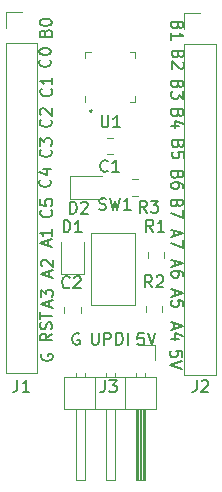
<source format=gbr>
G04 #@! TF.GenerationSoftware,KiCad,Pcbnew,(5.1.4-0)*
G04 #@! TF.CreationDate,2020-07-13T22:24:35+08:00*
G04 #@! TF.ProjectId,attiny3217,61747469-6e79-4333-9231-372e6b696361,rev?*
G04 #@! TF.SameCoordinates,Original*
G04 #@! TF.FileFunction,Legend,Top*
G04 #@! TF.FilePolarity,Positive*
%FSLAX46Y46*%
G04 Gerber Fmt 4.6, Leading zero omitted, Abs format (unit mm)*
G04 Created by KiCad (PCBNEW (5.1.4-0)) date 2020-07-13 22:24:35*
%MOMM*%
%LPD*%
G04 APERTURE LIST*
%ADD10C,0.150000*%
%ADD11C,0.120000*%
G04 APERTURE END LIST*
D10*
X140254028Y-65838438D02*
X140206409Y-65981295D01*
X140158790Y-66028914D01*
X140063552Y-66076533D01*
X139920695Y-66076533D01*
X139825457Y-66028914D01*
X139777838Y-65981295D01*
X139730219Y-65886057D01*
X139730219Y-65505104D01*
X140730219Y-65505104D01*
X140730219Y-65838438D01*
X140682600Y-65933676D01*
X140634980Y-65981295D01*
X140539742Y-66028914D01*
X140444504Y-66028914D01*
X140349266Y-65981295D01*
X140301647Y-65933676D01*
X140254028Y-65838438D01*
X140254028Y-65505104D01*
X139730219Y-67028914D02*
X139730219Y-66457485D01*
X139730219Y-66743200D02*
X140730219Y-66743200D01*
X140587361Y-66647961D01*
X140492123Y-66552723D01*
X140444504Y-66457485D01*
X140304828Y-68302238D02*
X140257209Y-68445095D01*
X140209590Y-68492714D01*
X140114352Y-68540333D01*
X139971495Y-68540333D01*
X139876257Y-68492714D01*
X139828638Y-68445095D01*
X139781019Y-68349857D01*
X139781019Y-67968904D01*
X140781019Y-67968904D01*
X140781019Y-68302238D01*
X140733400Y-68397476D01*
X140685780Y-68445095D01*
X140590542Y-68492714D01*
X140495304Y-68492714D01*
X140400066Y-68445095D01*
X140352447Y-68397476D01*
X140304828Y-68302238D01*
X140304828Y-67968904D01*
X140685780Y-68921285D02*
X140733400Y-68968904D01*
X140781019Y-69064142D01*
X140781019Y-69302238D01*
X140733400Y-69397476D01*
X140685780Y-69445095D01*
X140590542Y-69492714D01*
X140495304Y-69492714D01*
X140352447Y-69445095D01*
X139781019Y-68873666D01*
X139781019Y-69492714D01*
X140254028Y-70842238D02*
X140206409Y-70985095D01*
X140158790Y-71032714D01*
X140063552Y-71080333D01*
X139920695Y-71080333D01*
X139825457Y-71032714D01*
X139777838Y-70985095D01*
X139730219Y-70889857D01*
X139730219Y-70508904D01*
X140730219Y-70508904D01*
X140730219Y-70842238D01*
X140682600Y-70937476D01*
X140634980Y-70985095D01*
X140539742Y-71032714D01*
X140444504Y-71032714D01*
X140349266Y-70985095D01*
X140301647Y-70937476D01*
X140254028Y-70842238D01*
X140254028Y-70508904D01*
X140730219Y-71413666D02*
X140730219Y-72032714D01*
X140349266Y-71699380D01*
X140349266Y-71842238D01*
X140301647Y-71937476D01*
X140254028Y-71985095D01*
X140158790Y-72032714D01*
X139920695Y-72032714D01*
X139825457Y-71985095D01*
X139777838Y-71937476D01*
X139730219Y-71842238D01*
X139730219Y-71556523D01*
X139777838Y-71461285D01*
X139825457Y-71413666D01*
X140254028Y-73280638D02*
X140206409Y-73423495D01*
X140158790Y-73471114D01*
X140063552Y-73518733D01*
X139920695Y-73518733D01*
X139825457Y-73471114D01*
X139777838Y-73423495D01*
X139730219Y-73328257D01*
X139730219Y-72947304D01*
X140730219Y-72947304D01*
X140730219Y-73280638D01*
X140682600Y-73375876D01*
X140634980Y-73423495D01*
X140539742Y-73471114D01*
X140444504Y-73471114D01*
X140349266Y-73423495D01*
X140301647Y-73375876D01*
X140254028Y-73280638D01*
X140254028Y-72947304D01*
X140396885Y-74375876D02*
X139730219Y-74375876D01*
X140777838Y-74137780D02*
X140063552Y-73899685D01*
X140063552Y-74518733D01*
X140304828Y-75896838D02*
X140257209Y-76039695D01*
X140209590Y-76087314D01*
X140114352Y-76134933D01*
X139971495Y-76134933D01*
X139876257Y-76087314D01*
X139828638Y-76039695D01*
X139781019Y-75944457D01*
X139781019Y-75563504D01*
X140781019Y-75563504D01*
X140781019Y-75896838D01*
X140733400Y-75992076D01*
X140685780Y-76039695D01*
X140590542Y-76087314D01*
X140495304Y-76087314D01*
X140400066Y-76039695D01*
X140352447Y-75992076D01*
X140304828Y-75896838D01*
X140304828Y-75563504D01*
X140781019Y-77039695D02*
X140781019Y-76563504D01*
X140304828Y-76515885D01*
X140352447Y-76563504D01*
X140400066Y-76658742D01*
X140400066Y-76896838D01*
X140352447Y-76992076D01*
X140304828Y-77039695D01*
X140209590Y-77087314D01*
X139971495Y-77087314D01*
X139876257Y-77039695D01*
X139828638Y-76992076D01*
X139781019Y-76896838D01*
X139781019Y-76658742D01*
X139828638Y-76563504D01*
X139876257Y-76515885D01*
X140254028Y-78487638D02*
X140206409Y-78630495D01*
X140158790Y-78678114D01*
X140063552Y-78725733D01*
X139920695Y-78725733D01*
X139825457Y-78678114D01*
X139777838Y-78630495D01*
X139730219Y-78535257D01*
X139730219Y-78154304D01*
X140730219Y-78154304D01*
X140730219Y-78487638D01*
X140682600Y-78582876D01*
X140634980Y-78630495D01*
X140539742Y-78678114D01*
X140444504Y-78678114D01*
X140349266Y-78630495D01*
X140301647Y-78582876D01*
X140254028Y-78487638D01*
X140254028Y-78154304D01*
X140730219Y-79582876D02*
X140730219Y-79392400D01*
X140682600Y-79297161D01*
X140634980Y-79249542D01*
X140492123Y-79154304D01*
X140301647Y-79106685D01*
X139920695Y-79106685D01*
X139825457Y-79154304D01*
X139777838Y-79201923D01*
X139730219Y-79297161D01*
X139730219Y-79487638D01*
X139777838Y-79582876D01*
X139825457Y-79630495D01*
X139920695Y-79678114D01*
X140158790Y-79678114D01*
X140254028Y-79630495D01*
X140301647Y-79582876D01*
X140349266Y-79487638D01*
X140349266Y-79297161D01*
X140301647Y-79201923D01*
X140254028Y-79154304D01*
X140158790Y-79106685D01*
X140203228Y-80926038D02*
X140155609Y-81068895D01*
X140107990Y-81116514D01*
X140012752Y-81164133D01*
X139869895Y-81164133D01*
X139774657Y-81116514D01*
X139727038Y-81068895D01*
X139679419Y-80973657D01*
X139679419Y-80592704D01*
X140679419Y-80592704D01*
X140679419Y-80926038D01*
X140631800Y-81021276D01*
X140584180Y-81068895D01*
X140488942Y-81116514D01*
X140393704Y-81116514D01*
X140298466Y-81068895D01*
X140250847Y-81021276D01*
X140203228Y-80926038D01*
X140203228Y-80592704D01*
X140679419Y-81497466D02*
X140679419Y-82164133D01*
X139679419Y-81735561D01*
X139965133Y-83207314D02*
X139965133Y-83683504D01*
X139679419Y-83112076D02*
X140679419Y-83445409D01*
X139679419Y-83778742D01*
X140679419Y-84016838D02*
X140679419Y-84683504D01*
X139679419Y-84254933D01*
X140015933Y-85747314D02*
X140015933Y-86223504D01*
X139730219Y-85652076D02*
X140730219Y-85985409D01*
X139730219Y-86318742D01*
X140730219Y-87080647D02*
X140730219Y-86890171D01*
X140682600Y-86794933D01*
X140634980Y-86747314D01*
X140492123Y-86652076D01*
X140301647Y-86604457D01*
X139920695Y-86604457D01*
X139825457Y-86652076D01*
X139777838Y-86699695D01*
X139730219Y-86794933D01*
X139730219Y-86985409D01*
X139777838Y-87080647D01*
X139825457Y-87128266D01*
X139920695Y-87175885D01*
X140158790Y-87175885D01*
X140254028Y-87128266D01*
X140301647Y-87080647D01*
X140349266Y-86985409D01*
X140349266Y-86794933D01*
X140301647Y-86699695D01*
X140254028Y-86652076D01*
X140158790Y-86604457D01*
X140015933Y-88236514D02*
X140015933Y-88712704D01*
X139730219Y-88141276D02*
X140730219Y-88474609D01*
X139730219Y-88807942D01*
X140730219Y-89617466D02*
X140730219Y-89141276D01*
X140254028Y-89093657D01*
X140301647Y-89141276D01*
X140349266Y-89236514D01*
X140349266Y-89474609D01*
X140301647Y-89569847D01*
X140254028Y-89617466D01*
X140158790Y-89665085D01*
X139920695Y-89665085D01*
X139825457Y-89617466D01*
X139777838Y-89569847D01*
X139730219Y-89474609D01*
X139730219Y-89236514D01*
X139777838Y-89141276D01*
X139825457Y-89093657D01*
X139965133Y-91030514D02*
X139965133Y-91506704D01*
X139679419Y-90935276D02*
X140679419Y-91268609D01*
X139679419Y-91601942D01*
X140346085Y-92363847D02*
X139679419Y-92363847D01*
X140727038Y-92125752D02*
X140012752Y-91887657D01*
X140012752Y-92506704D01*
X140628619Y-93891123D02*
X140628619Y-93414933D01*
X140152428Y-93367314D01*
X140200047Y-93414933D01*
X140247666Y-93510171D01*
X140247666Y-93748266D01*
X140200047Y-93843504D01*
X140152428Y-93891123D01*
X140057190Y-93938742D01*
X139819095Y-93938742D01*
X139723857Y-93891123D01*
X139676238Y-93843504D01*
X139628619Y-93748266D01*
X139628619Y-93510171D01*
X139676238Y-93414933D01*
X139723857Y-93367314D01*
X140628619Y-94224457D02*
X139628619Y-94557790D01*
X140628619Y-94891123D01*
X129062171Y-66470161D02*
X129109790Y-66327304D01*
X129157409Y-66279685D01*
X129252647Y-66232066D01*
X129395504Y-66232066D01*
X129490742Y-66279685D01*
X129538361Y-66327304D01*
X129585980Y-66422542D01*
X129585980Y-66803495D01*
X128585980Y-66803495D01*
X128585980Y-66470161D01*
X128633600Y-66374923D01*
X128681219Y-66327304D01*
X128776457Y-66279685D01*
X128871695Y-66279685D01*
X128966933Y-66327304D01*
X129014552Y-66374923D01*
X129062171Y-66470161D01*
X129062171Y-66803495D01*
X128585980Y-65613019D02*
X128585980Y-65517780D01*
X128633600Y-65422542D01*
X128681219Y-65374923D01*
X128776457Y-65327304D01*
X128966933Y-65279685D01*
X129205028Y-65279685D01*
X129395504Y-65327304D01*
X129490742Y-65374923D01*
X129538361Y-65422542D01*
X129585980Y-65517780D01*
X129585980Y-65613019D01*
X129538361Y-65708257D01*
X129490742Y-65755876D01*
X129395504Y-65803495D01*
X129205028Y-65851114D01*
X128966933Y-65851114D01*
X128776457Y-65803495D01*
X128681219Y-65755876D01*
X128633600Y-65708257D01*
X128585980Y-65613019D01*
X129439942Y-68721266D02*
X129487561Y-68768885D01*
X129535180Y-68911742D01*
X129535180Y-69006980D01*
X129487561Y-69149838D01*
X129392323Y-69245076D01*
X129297085Y-69292695D01*
X129106609Y-69340314D01*
X128963752Y-69340314D01*
X128773276Y-69292695D01*
X128678038Y-69245076D01*
X128582800Y-69149838D01*
X128535180Y-69006980D01*
X128535180Y-68911742D01*
X128582800Y-68768885D01*
X128630419Y-68721266D01*
X128535180Y-68102219D02*
X128535180Y-68006980D01*
X128582800Y-67911742D01*
X128630419Y-67864123D01*
X128725657Y-67816504D01*
X128916133Y-67768885D01*
X129154228Y-67768885D01*
X129344704Y-67816504D01*
X129439942Y-67864123D01*
X129487561Y-67911742D01*
X129535180Y-68006980D01*
X129535180Y-68102219D01*
X129487561Y-68197457D01*
X129439942Y-68245076D01*
X129344704Y-68292695D01*
X129154228Y-68340314D01*
X128916133Y-68340314D01*
X128725657Y-68292695D01*
X128630419Y-68245076D01*
X128582800Y-68197457D01*
X128535180Y-68102219D01*
X129541542Y-71210466D02*
X129589161Y-71258085D01*
X129636780Y-71400942D01*
X129636780Y-71496180D01*
X129589161Y-71639038D01*
X129493923Y-71734276D01*
X129398685Y-71781895D01*
X129208209Y-71829514D01*
X129065352Y-71829514D01*
X128874876Y-71781895D01*
X128779638Y-71734276D01*
X128684400Y-71639038D01*
X128636780Y-71496180D01*
X128636780Y-71400942D01*
X128684400Y-71258085D01*
X128732019Y-71210466D01*
X129636780Y-70258085D02*
X129636780Y-70829514D01*
X129636780Y-70543800D02*
X128636780Y-70543800D01*
X128779638Y-70639038D01*
X128874876Y-70734276D01*
X128922495Y-70829514D01*
X129490742Y-73801266D02*
X129538361Y-73848885D01*
X129585980Y-73991742D01*
X129585980Y-74086980D01*
X129538361Y-74229838D01*
X129443123Y-74325076D01*
X129347885Y-74372695D01*
X129157409Y-74420314D01*
X129014552Y-74420314D01*
X128824076Y-74372695D01*
X128728838Y-74325076D01*
X128633600Y-74229838D01*
X128585980Y-74086980D01*
X128585980Y-73991742D01*
X128633600Y-73848885D01*
X128681219Y-73801266D01*
X128681219Y-73420314D02*
X128633600Y-73372695D01*
X128585980Y-73277457D01*
X128585980Y-73039361D01*
X128633600Y-72944123D01*
X128681219Y-72896504D01*
X128776457Y-72848885D01*
X128871695Y-72848885D01*
X129014552Y-72896504D01*
X129585980Y-73467933D01*
X129585980Y-72848885D01*
X129490742Y-76341266D02*
X129538361Y-76388885D01*
X129585980Y-76531742D01*
X129585980Y-76626980D01*
X129538361Y-76769838D01*
X129443123Y-76865076D01*
X129347885Y-76912695D01*
X129157409Y-76960314D01*
X129014552Y-76960314D01*
X128824076Y-76912695D01*
X128728838Y-76865076D01*
X128633600Y-76769838D01*
X128585980Y-76626980D01*
X128585980Y-76531742D01*
X128633600Y-76388885D01*
X128681219Y-76341266D01*
X128585980Y-76007933D02*
X128585980Y-75388885D01*
X128966933Y-75722219D01*
X128966933Y-75579361D01*
X129014552Y-75484123D01*
X129062171Y-75436504D01*
X129157409Y-75388885D01*
X129395504Y-75388885D01*
X129490742Y-75436504D01*
X129538361Y-75484123D01*
X129585980Y-75579361D01*
X129585980Y-75865076D01*
X129538361Y-75960314D01*
X129490742Y-76007933D01*
X129439942Y-78881266D02*
X129487561Y-78928885D01*
X129535180Y-79071742D01*
X129535180Y-79166980D01*
X129487561Y-79309838D01*
X129392323Y-79405076D01*
X129297085Y-79452695D01*
X129106609Y-79500314D01*
X128963752Y-79500314D01*
X128773276Y-79452695D01*
X128678038Y-79405076D01*
X128582800Y-79309838D01*
X128535180Y-79166980D01*
X128535180Y-79071742D01*
X128582800Y-78928885D01*
X128630419Y-78881266D01*
X128868514Y-78024123D02*
X129535180Y-78024123D01*
X128487561Y-78262219D02*
X129201847Y-78500314D01*
X129201847Y-77881266D01*
X129541542Y-81472066D02*
X129589161Y-81519685D01*
X129636780Y-81662542D01*
X129636780Y-81757780D01*
X129589161Y-81900638D01*
X129493923Y-81995876D01*
X129398685Y-82043495D01*
X129208209Y-82091114D01*
X129065352Y-82091114D01*
X128874876Y-82043495D01*
X128779638Y-81995876D01*
X128684400Y-81900638D01*
X128636780Y-81757780D01*
X128636780Y-81662542D01*
X128684400Y-81519685D01*
X128732019Y-81472066D01*
X128636780Y-80567304D02*
X128636780Y-81043495D01*
X129112971Y-81091114D01*
X129065352Y-81043495D01*
X129017733Y-80948257D01*
X129017733Y-80710161D01*
X129065352Y-80614923D01*
X129112971Y-80567304D01*
X129208209Y-80519685D01*
X129446304Y-80519685D01*
X129541542Y-80567304D01*
X129589161Y-80614923D01*
X129636780Y-80710161D01*
X129636780Y-80948257D01*
X129589161Y-81043495D01*
X129541542Y-81091114D01*
X129300266Y-84508885D02*
X129300266Y-84032695D01*
X129585980Y-84604123D02*
X128585980Y-84270790D01*
X129585980Y-83937457D01*
X129585980Y-83080314D02*
X129585980Y-83651742D01*
X129585980Y-83366028D02*
X128585980Y-83366028D01*
X128728838Y-83461266D01*
X128824076Y-83556504D01*
X128871695Y-83651742D01*
X129401866Y-87099685D02*
X129401866Y-86623495D01*
X129687580Y-87194923D02*
X128687580Y-86861590D01*
X129687580Y-86528257D01*
X128782819Y-86242542D02*
X128735200Y-86194923D01*
X128687580Y-86099685D01*
X128687580Y-85861590D01*
X128735200Y-85766352D01*
X128782819Y-85718733D01*
X128878057Y-85671114D01*
X128973295Y-85671114D01*
X129116152Y-85718733D01*
X129687580Y-86290161D01*
X129687580Y-85671114D01*
X129401866Y-89639685D02*
X129401866Y-89163495D01*
X129687580Y-89734923D02*
X128687580Y-89401590D01*
X129687580Y-89068257D01*
X128687580Y-88830161D02*
X128687580Y-88211114D01*
X129068533Y-88544447D01*
X129068533Y-88401590D01*
X129116152Y-88306352D01*
X129163771Y-88258733D01*
X129259009Y-88211114D01*
X129497104Y-88211114D01*
X129592342Y-88258733D01*
X129639961Y-88306352D01*
X129687580Y-88401590D01*
X129687580Y-88687304D01*
X129639961Y-88782542D01*
X129592342Y-88830161D01*
X129611380Y-91936819D02*
X129135190Y-92270152D01*
X129611380Y-92508247D02*
X128611380Y-92508247D01*
X128611380Y-92127295D01*
X128659000Y-92032057D01*
X128706619Y-91984438D01*
X128801857Y-91936819D01*
X128944714Y-91936819D01*
X129039952Y-91984438D01*
X129087571Y-92032057D01*
X129135190Y-92127295D01*
X129135190Y-92508247D01*
X129563761Y-91555866D02*
X129611380Y-91413009D01*
X129611380Y-91174914D01*
X129563761Y-91079676D01*
X129516142Y-91032057D01*
X129420904Y-90984438D01*
X129325666Y-90984438D01*
X129230428Y-91032057D01*
X129182809Y-91079676D01*
X129135190Y-91174914D01*
X129087571Y-91365390D01*
X129039952Y-91460628D01*
X128992333Y-91508247D01*
X128897095Y-91555866D01*
X128801857Y-91555866D01*
X128706619Y-91508247D01*
X128659000Y-91460628D01*
X128611380Y-91365390D01*
X128611380Y-91127295D01*
X128659000Y-90984438D01*
X128611380Y-90698723D02*
X128611380Y-90127295D01*
X129611380Y-90413009D02*
X128611380Y-90413009D01*
X128735200Y-93667295D02*
X128687580Y-93762533D01*
X128687580Y-93905390D01*
X128735200Y-94048247D01*
X128830438Y-94143485D01*
X128925676Y-94191104D01*
X129116152Y-94238723D01*
X129259009Y-94238723D01*
X129449485Y-94191104D01*
X129544723Y-94143485D01*
X129639961Y-94048247D01*
X129687580Y-93905390D01*
X129687580Y-93810152D01*
X129639961Y-93667295D01*
X129592342Y-93619676D01*
X129259009Y-93619676D01*
X129259009Y-93810152D01*
X132918200Y-73026542D02*
X132965819Y-73074161D01*
X132918200Y-73121780D01*
X132870580Y-73074161D01*
X132918200Y-73026542D01*
X132918200Y-73121780D01*
X137375923Y-91882980D02*
X136899733Y-91882980D01*
X136852114Y-92359171D01*
X136899733Y-92311552D01*
X136994971Y-92263933D01*
X137233066Y-92263933D01*
X137328304Y-92311552D01*
X137375923Y-92359171D01*
X137423542Y-92454409D01*
X137423542Y-92692504D01*
X137375923Y-92787742D01*
X137328304Y-92835361D01*
X137233066Y-92882980D01*
X136994971Y-92882980D01*
X136899733Y-92835361D01*
X136852114Y-92787742D01*
X137709257Y-91882980D02*
X138042590Y-92882980D01*
X138375923Y-91882980D01*
X132994590Y-91857580D02*
X132994590Y-92667104D01*
X133042209Y-92762342D01*
X133089828Y-92809961D01*
X133185066Y-92857580D01*
X133375542Y-92857580D01*
X133470780Y-92809961D01*
X133518400Y-92762342D01*
X133566019Y-92667104D01*
X133566019Y-91857580D01*
X134042209Y-92857580D02*
X134042209Y-91857580D01*
X134423161Y-91857580D01*
X134518400Y-91905200D01*
X134566019Y-91952819D01*
X134613638Y-92048057D01*
X134613638Y-92190914D01*
X134566019Y-92286152D01*
X134518400Y-92333771D01*
X134423161Y-92381390D01*
X134042209Y-92381390D01*
X135042209Y-92857580D02*
X135042209Y-91857580D01*
X135280304Y-91857580D01*
X135423161Y-91905200D01*
X135518400Y-92000438D01*
X135566019Y-92095676D01*
X135613638Y-92286152D01*
X135613638Y-92429009D01*
X135566019Y-92619485D01*
X135518400Y-92714723D01*
X135423161Y-92809961D01*
X135280304Y-92857580D01*
X135042209Y-92857580D01*
X136042209Y-92857580D02*
X136042209Y-91857580D01*
X131910104Y-91930600D02*
X131814866Y-91882980D01*
X131672009Y-91882980D01*
X131529152Y-91930600D01*
X131433914Y-92025838D01*
X131386295Y-92121076D01*
X131338676Y-92311552D01*
X131338676Y-92454409D01*
X131386295Y-92644885D01*
X131433914Y-92740123D01*
X131529152Y-92835361D01*
X131672009Y-92882980D01*
X131767247Y-92882980D01*
X131910104Y-92835361D01*
X131957723Y-92787742D01*
X131957723Y-92454409D01*
X131767247Y-92454409D01*
D11*
X134802378Y-76757600D02*
X134285222Y-76757600D01*
X134802378Y-75337600D02*
X134285222Y-75337600D01*
X132053400Y-90174578D02*
X132053400Y-89657422D01*
X130633400Y-90174578D02*
X130633400Y-89657422D01*
X130408800Y-84191600D02*
X130408800Y-86876600D01*
X130408800Y-86876600D02*
X132328800Y-86876600D01*
X132328800Y-86876600D02*
X132328800Y-84191600D01*
X131131600Y-80538200D02*
X133816600Y-80538200D01*
X131131600Y-78618200D02*
X131131600Y-80538200D01*
X133816600Y-78618200D02*
X131131600Y-78618200D01*
X125720800Y-64684600D02*
X127050800Y-64684600D01*
X125720800Y-66014600D02*
X125720800Y-64684600D01*
X125720800Y-67284600D02*
X128380800Y-67284600D01*
X128380800Y-67284600D02*
X128380800Y-95284600D01*
X125720800Y-67284600D02*
X125720800Y-95284600D01*
X125720800Y-95284600D02*
X128380800Y-95284600D01*
X140833800Y-95411600D02*
X143493800Y-95411600D01*
X140833800Y-67411600D02*
X140833800Y-95411600D01*
X143493800Y-67411600D02*
X143493800Y-95411600D01*
X140833800Y-67411600D02*
X143493800Y-67411600D01*
X140833800Y-66141600D02*
X140833800Y-64811600D01*
X140833800Y-64811600D02*
X142163800Y-64811600D01*
X138413800Y-95623200D02*
X130673800Y-95623200D01*
X130673800Y-95623200D02*
X130673800Y-98283200D01*
X130673800Y-98283200D02*
X138413800Y-98283200D01*
X138413800Y-98283200D02*
X138413800Y-95623200D01*
X137463800Y-98283200D02*
X137463800Y-104283200D01*
X137463800Y-104283200D02*
X136703800Y-104283200D01*
X136703800Y-104283200D02*
X136703800Y-98283200D01*
X137403800Y-98283200D02*
X137403800Y-104283200D01*
X137283800Y-98283200D02*
X137283800Y-104283200D01*
X137163800Y-98283200D02*
X137163800Y-104283200D01*
X137043800Y-98283200D02*
X137043800Y-104283200D01*
X136923800Y-98283200D02*
X136923800Y-104283200D01*
X136803800Y-98283200D02*
X136803800Y-104283200D01*
X137463800Y-95293200D02*
X137463800Y-95623200D01*
X136703800Y-95293200D02*
X136703800Y-95623200D01*
X135813800Y-95623200D02*
X135813800Y-98283200D01*
X134923800Y-98283200D02*
X134923800Y-104283200D01*
X134923800Y-104283200D02*
X134163800Y-104283200D01*
X134163800Y-104283200D02*
X134163800Y-98283200D01*
X134923800Y-95226129D02*
X134923800Y-95623200D01*
X134163800Y-95226129D02*
X134163800Y-95623200D01*
X133273800Y-95623200D02*
X133273800Y-98283200D01*
X132383800Y-98283200D02*
X132383800Y-104283200D01*
X132383800Y-104283200D02*
X131623800Y-104283200D01*
X131623800Y-104283200D02*
X131623800Y-98283200D01*
X132383800Y-95226129D02*
X132383800Y-95623200D01*
X131623800Y-95226129D02*
X131623800Y-95623200D01*
X137083800Y-92913200D02*
X138353800Y-92913200D01*
X138353800Y-92913200D02*
X138353800Y-94183200D01*
X137720000Y-85551778D02*
X137720000Y-85034622D01*
X139140000Y-85551778D02*
X139140000Y-85034622D01*
X137542200Y-90098378D02*
X137542200Y-89581222D01*
X138962200Y-90098378D02*
X138962200Y-89581222D01*
X136935978Y-78868200D02*
X136418822Y-78868200D01*
X136935978Y-80288200D02*
X136418822Y-80288200D01*
X132947800Y-89496200D02*
X132947800Y-83376200D01*
X132947800Y-83376200D02*
X136647800Y-83376200D01*
X136647800Y-83376200D02*
X136647800Y-89496200D01*
X136647800Y-89496200D02*
X132947800Y-89496200D01*
X132433800Y-68570600D02*
X132433800Y-68095600D01*
X132433800Y-68095600D02*
X132908800Y-68095600D01*
X136653800Y-71840600D02*
X136653800Y-72315600D01*
X136653800Y-72315600D02*
X136178800Y-72315600D01*
X136653800Y-68570600D02*
X136653800Y-68095600D01*
X136653800Y-68095600D02*
X136178800Y-68095600D01*
X132433800Y-71840600D02*
X132433800Y-72315600D01*
D10*
X134326333Y-78131942D02*
X134278714Y-78179561D01*
X134135857Y-78227180D01*
X134040619Y-78227180D01*
X133897761Y-78179561D01*
X133802523Y-78084323D01*
X133754904Y-77989085D01*
X133707285Y-77798609D01*
X133707285Y-77655752D01*
X133754904Y-77465276D01*
X133802523Y-77370038D01*
X133897761Y-77274800D01*
X134040619Y-77227180D01*
X134135857Y-77227180D01*
X134278714Y-77274800D01*
X134326333Y-77322419D01*
X135278714Y-78227180D02*
X134707285Y-78227180D01*
X134993000Y-78227180D02*
X134993000Y-77227180D01*
X134897761Y-77370038D01*
X134802523Y-77465276D01*
X134707285Y-77512895D01*
X131100533Y-87987142D02*
X131052914Y-88034761D01*
X130910057Y-88082380D01*
X130814819Y-88082380D01*
X130671961Y-88034761D01*
X130576723Y-87939523D01*
X130529104Y-87844285D01*
X130481485Y-87653809D01*
X130481485Y-87510952D01*
X130529104Y-87320476D01*
X130576723Y-87225238D01*
X130671961Y-87130000D01*
X130814819Y-87082380D01*
X130910057Y-87082380D01*
X131052914Y-87130000D01*
X131100533Y-87177619D01*
X131481485Y-87177619D02*
X131529104Y-87130000D01*
X131624342Y-87082380D01*
X131862438Y-87082380D01*
X131957676Y-87130000D01*
X132005295Y-87177619D01*
X132052914Y-87272857D01*
X132052914Y-87368095D01*
X132005295Y-87510952D01*
X131433866Y-88082380D01*
X132052914Y-88082380D01*
X130605304Y-83332580D02*
X130605304Y-82332580D01*
X130843400Y-82332580D01*
X130986257Y-82380200D01*
X131081495Y-82475438D01*
X131129114Y-82570676D01*
X131176733Y-82761152D01*
X131176733Y-82904009D01*
X131129114Y-83094485D01*
X131081495Y-83189723D01*
X130986257Y-83284961D01*
X130843400Y-83332580D01*
X130605304Y-83332580D01*
X132129114Y-83332580D02*
X131557685Y-83332580D01*
X131843400Y-83332580D02*
X131843400Y-82332580D01*
X131748161Y-82475438D01*
X131652923Y-82570676D01*
X131557685Y-82618295D01*
X131138704Y-81757780D02*
X131138704Y-80757780D01*
X131376800Y-80757780D01*
X131519657Y-80805400D01*
X131614895Y-80900638D01*
X131662514Y-80995876D01*
X131710133Y-81186352D01*
X131710133Y-81329209D01*
X131662514Y-81519685D01*
X131614895Y-81614923D01*
X131519657Y-81710161D01*
X131376800Y-81757780D01*
X131138704Y-81757780D01*
X132091085Y-80853019D02*
X132138704Y-80805400D01*
X132233942Y-80757780D01*
X132472038Y-80757780D01*
X132567276Y-80805400D01*
X132614895Y-80853019D01*
X132662514Y-80948257D01*
X132662514Y-81043495D01*
X132614895Y-81186352D01*
X132043466Y-81757780D01*
X132662514Y-81757780D01*
X126692066Y-95845380D02*
X126692066Y-96559666D01*
X126644447Y-96702523D01*
X126549209Y-96797761D01*
X126406352Y-96845380D01*
X126311114Y-96845380D01*
X127692066Y-96845380D02*
X127120638Y-96845380D01*
X127406352Y-96845380D02*
X127406352Y-95845380D01*
X127311114Y-95988238D01*
X127215876Y-96083476D01*
X127120638Y-96131095D01*
X141855866Y-95870780D02*
X141855866Y-96585066D01*
X141808247Y-96727923D01*
X141713009Y-96823161D01*
X141570152Y-96870780D01*
X141474914Y-96870780D01*
X142284438Y-95966019D02*
X142332057Y-95918400D01*
X142427295Y-95870780D01*
X142665390Y-95870780D01*
X142760628Y-95918400D01*
X142808247Y-95966019D01*
X142855866Y-96061257D01*
X142855866Y-96156495D01*
X142808247Y-96299352D01*
X142236819Y-96870780D01*
X142855866Y-96870780D01*
X134083466Y-95896180D02*
X134083466Y-96610466D01*
X134035847Y-96753323D01*
X133940609Y-96848561D01*
X133797752Y-96896180D01*
X133702514Y-96896180D01*
X134464419Y-95896180D02*
X135083466Y-95896180D01*
X134750133Y-96277133D01*
X134892990Y-96277133D01*
X134988228Y-96324752D01*
X135035847Y-96372371D01*
X135083466Y-96467609D01*
X135083466Y-96705704D01*
X135035847Y-96800942D01*
X134988228Y-96848561D01*
X134892990Y-96896180D01*
X134607276Y-96896180D01*
X134512038Y-96848561D01*
X134464419Y-96800942D01*
X138187133Y-83281780D02*
X137853800Y-82805590D01*
X137615704Y-83281780D02*
X137615704Y-82281780D01*
X137996657Y-82281780D01*
X138091895Y-82329400D01*
X138139514Y-82377019D01*
X138187133Y-82472257D01*
X138187133Y-82615114D01*
X138139514Y-82710352D01*
X138091895Y-82757971D01*
X137996657Y-82805590D01*
X137615704Y-82805590D01*
X139139514Y-83281780D02*
X138568085Y-83281780D01*
X138853800Y-83281780D02*
X138853800Y-82281780D01*
X138758561Y-82424638D01*
X138663323Y-82519876D01*
X138568085Y-82567495D01*
X138085533Y-88006180D02*
X137752200Y-87529990D01*
X137514104Y-88006180D02*
X137514104Y-87006180D01*
X137895057Y-87006180D01*
X137990295Y-87053800D01*
X138037914Y-87101419D01*
X138085533Y-87196657D01*
X138085533Y-87339514D01*
X138037914Y-87434752D01*
X137990295Y-87482371D01*
X137895057Y-87529990D01*
X137514104Y-87529990D01*
X138466485Y-87101419D02*
X138514104Y-87053800D01*
X138609342Y-87006180D01*
X138847438Y-87006180D01*
X138942676Y-87053800D01*
X138990295Y-87101419D01*
X139037914Y-87196657D01*
X139037914Y-87291895D01*
X138990295Y-87434752D01*
X138418866Y-88006180D01*
X139037914Y-88006180D01*
X137653733Y-81680580D02*
X137320400Y-81204390D01*
X137082304Y-81680580D02*
X137082304Y-80680580D01*
X137463257Y-80680580D01*
X137558495Y-80728200D01*
X137606114Y-80775819D01*
X137653733Y-80871057D01*
X137653733Y-81013914D01*
X137606114Y-81109152D01*
X137558495Y-81156771D01*
X137463257Y-81204390D01*
X137082304Y-81204390D01*
X137987066Y-80680580D02*
X138606114Y-80680580D01*
X138272780Y-81061533D01*
X138415638Y-81061533D01*
X138510876Y-81109152D01*
X138558495Y-81156771D01*
X138606114Y-81252009D01*
X138606114Y-81490104D01*
X138558495Y-81585342D01*
X138510876Y-81632961D01*
X138415638Y-81680580D01*
X138129923Y-81680580D01*
X138034685Y-81632961D01*
X137987066Y-81585342D01*
X133616866Y-81405361D02*
X133759723Y-81452980D01*
X133997819Y-81452980D01*
X134093057Y-81405361D01*
X134140676Y-81357742D01*
X134188295Y-81262504D01*
X134188295Y-81167266D01*
X134140676Y-81072028D01*
X134093057Y-81024409D01*
X133997819Y-80976790D01*
X133807342Y-80929171D01*
X133712104Y-80881552D01*
X133664485Y-80833933D01*
X133616866Y-80738695D01*
X133616866Y-80643457D01*
X133664485Y-80548219D01*
X133712104Y-80500600D01*
X133807342Y-80452980D01*
X134045438Y-80452980D01*
X134188295Y-80500600D01*
X134521628Y-80452980D02*
X134759723Y-81452980D01*
X134950200Y-80738695D01*
X135140676Y-81452980D01*
X135378771Y-80452980D01*
X136283533Y-81452980D02*
X135712104Y-81452980D01*
X135997819Y-81452980D02*
X135997819Y-80452980D01*
X135902580Y-80595838D01*
X135807342Y-80691076D01*
X135712104Y-80738695D01*
X133807295Y-73442580D02*
X133807295Y-74252104D01*
X133854914Y-74347342D01*
X133902533Y-74394961D01*
X133997771Y-74442580D01*
X134188247Y-74442580D01*
X134283485Y-74394961D01*
X134331104Y-74347342D01*
X134378723Y-74252104D01*
X134378723Y-73442580D01*
X135378723Y-74442580D02*
X134807295Y-74442580D01*
X135093009Y-74442580D02*
X135093009Y-73442580D01*
X134997771Y-73585438D01*
X134902533Y-73680676D01*
X134807295Y-73728295D01*
M02*

</source>
